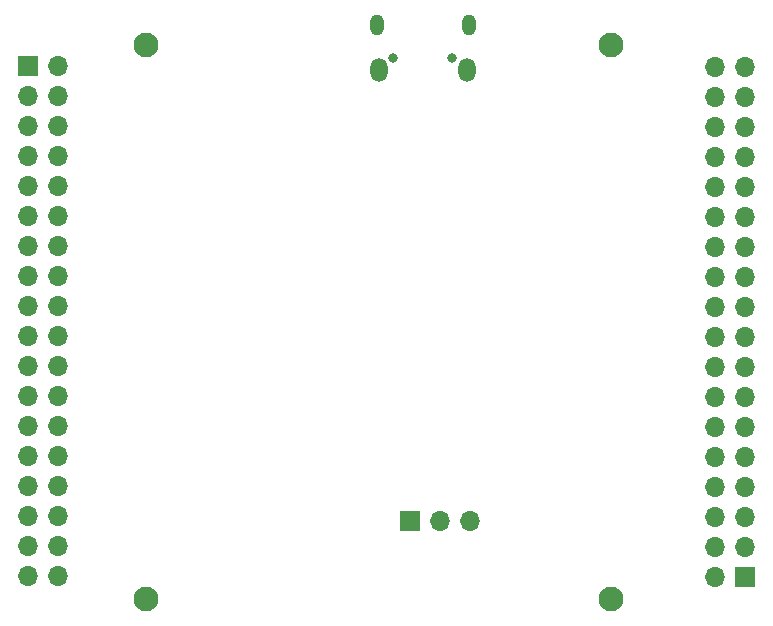
<source format=gbr>
%TF.GenerationSoftware,KiCad,Pcbnew,9.0.0*%
%TF.CreationDate,2025-07-15T18:26:09+02:00*%
%TF.ProjectId,RP2040,52503230-3430-42e6-9b69-6361645f7063,rev?*%
%TF.SameCoordinates,Original*%
%TF.FileFunction,Soldermask,Bot*%
%TF.FilePolarity,Negative*%
%FSLAX46Y46*%
G04 Gerber Fmt 4.6, Leading zero omitted, Abs format (unit mm)*
G04 Created by KiCad (PCBNEW 9.0.0) date 2025-07-15 18:26:09*
%MOMM*%
%LPD*%
G01*
G04 APERTURE LIST*
%ADD10R,1.700000X1.700000*%
%ADD11O,1.700000X1.700000*%
%ADD12C,2.100000*%
%ADD13O,0.800000X0.800000*%
%ADD14O,1.150000X1.800000*%
%ADD15O,1.450000X2.000000*%
G04 APERTURE END LIST*
D10*
%TO.C,J1*%
X117660000Y-38800000D03*
D11*
X120200000Y-38800000D03*
X117660000Y-41340000D03*
X120200000Y-41340000D03*
X117660000Y-43880000D03*
X120200000Y-43880000D03*
X117660000Y-46420000D03*
X120200000Y-46420000D03*
X117660000Y-48960000D03*
X120200000Y-48960000D03*
X117660000Y-51500000D03*
X120200000Y-51500000D03*
X117660000Y-54040000D03*
X120200000Y-54040000D03*
X117660000Y-56580000D03*
X120200000Y-56580000D03*
X117660000Y-59120000D03*
X120200000Y-59120000D03*
X117660000Y-61660000D03*
X120200000Y-61660000D03*
X117660000Y-64200000D03*
X120200000Y-64200000D03*
X117660000Y-66740000D03*
X120200000Y-66740000D03*
X117660000Y-69280000D03*
X120200000Y-69280000D03*
X117660000Y-71820000D03*
X120200000Y-71820000D03*
X117660000Y-74360000D03*
X120200000Y-74360000D03*
X117660000Y-76900000D03*
X120200000Y-76900000D03*
X117660000Y-79440000D03*
X120200000Y-79440000D03*
X117660000Y-81980000D03*
X120200000Y-81980000D03*
%TD*%
D10*
%TO.C,SWD*%
X150005000Y-77340000D03*
D11*
X152545000Y-77340000D03*
X155085000Y-77340000D03*
%TD*%
D12*
%TO.C,H2*%
X167000000Y-37000000D03*
%TD*%
D10*
%TO.C,J2*%
X178300000Y-82040000D03*
D11*
X175760000Y-82040000D03*
X178300000Y-79500000D03*
X175760000Y-79500000D03*
X178300000Y-76960000D03*
X175760000Y-76960000D03*
X178300000Y-74420000D03*
X175760000Y-74420000D03*
X178300000Y-71880000D03*
X175760000Y-71880000D03*
X178300000Y-69340000D03*
X175760000Y-69340000D03*
X178300000Y-66800000D03*
X175760000Y-66800000D03*
X178300000Y-64260000D03*
X175760000Y-64260000D03*
X178300000Y-61720000D03*
X175760000Y-61720000D03*
X178300000Y-59180000D03*
X175760000Y-59180000D03*
X178300000Y-56640000D03*
X175760000Y-56640000D03*
X178300000Y-54100000D03*
X175760000Y-54100000D03*
X178300000Y-51560000D03*
X175760000Y-51560000D03*
X178300000Y-49020000D03*
X175760000Y-49020000D03*
X178300000Y-46480000D03*
X175760000Y-46480000D03*
X178300000Y-43940000D03*
X175760000Y-43940000D03*
X178300000Y-41400000D03*
X175760000Y-41400000D03*
X178300000Y-38860000D03*
X175760000Y-38860000D03*
%TD*%
D12*
%TO.C,H1*%
X127600000Y-37000000D03*
%TD*%
%TO.C,H4*%
X127600000Y-83900000D03*
%TD*%
D13*
%TO.C,USB*%
X153555000Y-38105000D03*
X148555000Y-38105000D03*
D14*
X154930000Y-35355000D03*
D15*
X154780000Y-39155000D03*
X147330000Y-39155000D03*
D14*
X147180000Y-35355000D03*
%TD*%
D12*
%TO.C,H3*%
X167000000Y-83900000D03*
%TD*%
M02*

</source>
